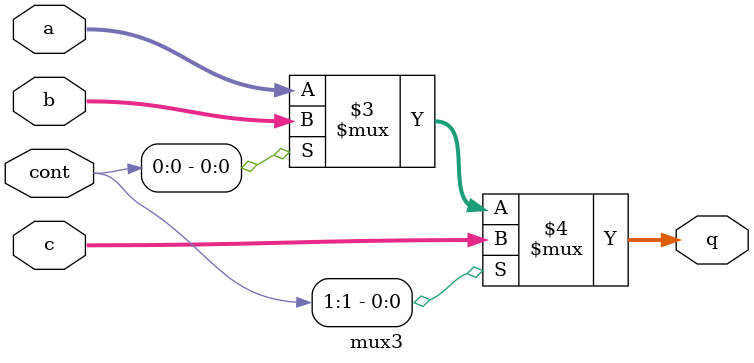
<source format=sv>
`timescale 1ns / 1ps


module mux3(
input logic [31:0]a,b,c,
input logic[1:0]cont,
output logic [31:0]q
    );
assign q=(cont[1]==1?c:(cont[0]==1?b:a));
endmodule

</source>
